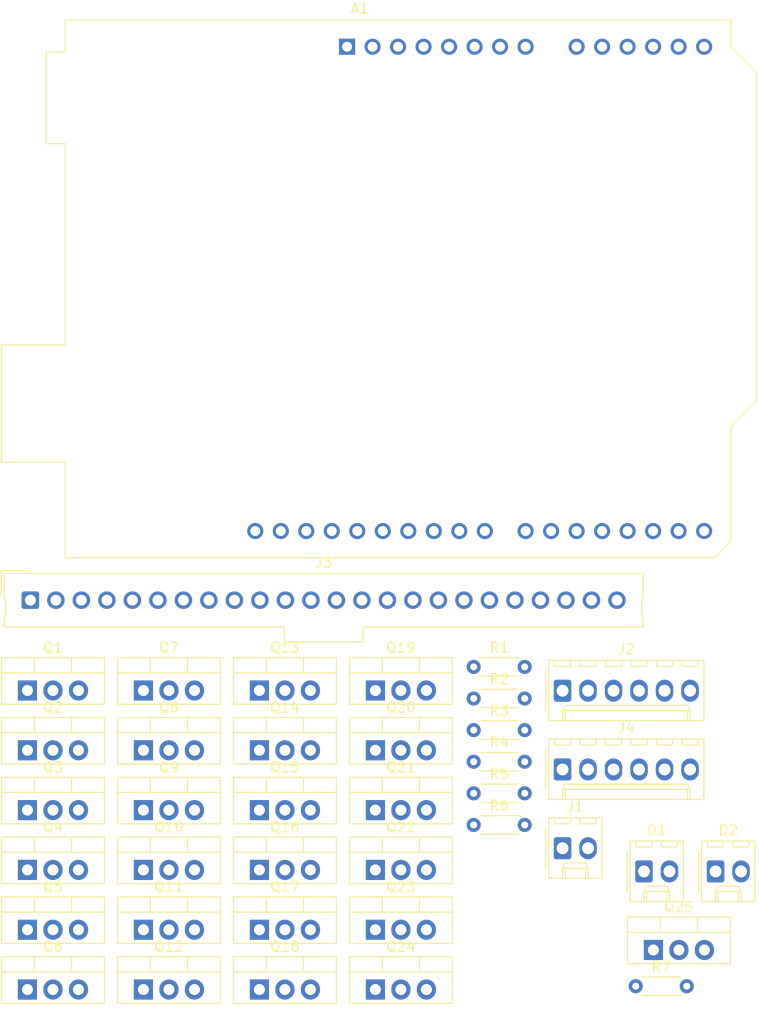
<source format=kicad_pcb>
(kicad_pcb (version 20221018) (generator pcbnew)
  (layers (0 "F.Cu" signal) (31 "B.Cu" signal) (34 "B.Paste" user) (35 "F.Paste" user) (36 "B.SilkS" user "B.Silkscreen") (37 "F.SilkS" user "F.Silkscreen") (38 "B.Mask" user) (39 "F.Mask" user) (44 "Edge.Cuts" user))
  (net 0 "")
  (net 5 "/5V")
  (net 6 "/GND")
  (net 16 "/D2")
  (net 17 "/D3")
  (net 18 "/D4")
  (net 19 "/D5")
  (net 20 "/D6")
  (net 21 "/D7")
  (net 22 "/DIR")
  (net 23 "/PUL")
  (net 24 "/D10")
  (net 31 "/12V Vcc")
  (net 32 "/M1 A+")
  (net 33 "/M1 A-")
  (net 34 "/M1 B+")
  (net 35 "/M1 B-")
  (net 36 "/M2 A+")
  (net 37 "/M2 A-")
  (net 38 "/M2 B+")
  (net 39 "/M2 B-")
  (net 40 "/M3 A+")
  (net 41 "/M3 A-")
  (net 42 "/M3 B+")
  (net 43 "/M3 B-")
  (net 44 "/M4 A+")
  (net 45 "/M4 A-")
  (net 46 "/M4 B+")
  (net 47 "/M4 B-")
  (net 48 "/M5 A+")
  (net 49 "/M5 A-")
  (net 50 "/M5 B+")
  (net 51 "/M5 B-")
  (net 52 "/M6 A+")
  (net 53 "/M6 A-")
  (net 54 "/M6 B+")
  (net 55 "/M6 B-")
  (net 56 "/B-")
  (net 57 "/B+")
  (net 58 "/A-")
  (net 59 "/A+")
  (net 60 "Net-(D1-A)")
  (net 61 "Net-(Q25-S)")
  (footprint "Package_TO_SOT_THT:TO-220-3_Vertical" (layer "F.Cu") (at 81.57 124.31)
    (fp_text reference "Q16" (at 2.54 -4.27) (layer "F.SilkS"))
    (fp_text value "IRFZ44N")
    (pad "1" thru_hole rect (at 0 0) (size 1.905 2) (drill 1.1) (layers "*.Cu" "*.Mask") (net 19 "/D5"))
    (pad "2" thru_hole oval (at 2.54 0) (size 1.905 2) (drill 1.1) (layers "*.Cu" "*.Mask") (net 47 "/M4 B-"))
    (pad "3" thru_hole oval (at 5.08 0) (size 1.905 2) (drill 1.1) (layers "*.Cu" "*.Mask") (net 56 "/B-"))
  )
  (footprint "Package_TO_SOT_THT:TO-220-3_Vertical" (layer "F.Cu") (at 58.47 106.43)
    (fp_text reference "Q1" (at 2.54 -4.27) (layer "F.SilkS"))
    (fp_text value "IRFZ44N")
    (pad "1" thru_hole rect (at 0 0) (size 1.905 2) (drill 1.1) (layers "*.Cu" "*.Mask") (net 16 "/D2"))
    (pad "2" thru_hole oval (at 2.54 0) (size 1.905 2) (drill 1.1) (layers "*.Cu" "*.Mask") (net 32 "/M1 A+"))
    (pad "3" thru_hole oval (at 5.08 0) (size 1.905 2) (drill 1.1) (layers "*.Cu" "*.Mask") (net 59 "/A+"))
  )
  (footprint "Package_TO_SOT_THT:TO-220-3_Vertical" (layer "F.Cu") (at 93.12 112.39)
    (fp_text reference "Q20" (at 2.54 -4.27) (layer "F.SilkS"))
    (fp_text value "IRFZ44N")
    (pad "1" thru_hole rect (at 0 0) (size 1.905 2) (drill 1.1) (layers "*.Cu" "*.Mask") (net 21 "/D7"))
    (pad "2" thru_hole oval (at 2.54 0) (size 1.905 2) (drill 1.1) (layers "*.Cu" "*.Mask") (net 53 "/M6 A-"))
    (pad "3" thru_hole oval (at 5.08 0) (size 1.905 2) (drill 1.1) (layers "*.Cu" "*.Mask") (net 58 "/A-"))
  )
  (footprint "Package_TO_SOT_THT:TO-220-3_Vertical" (layer "F.Cu") (at 93.12 118.35)
    (fp_text reference "Q21" (at 2.54 -4.27) (layer "F.SilkS"))
    (fp_text value "IRFZ44N")
    (pad "1" thru_hole rect (at 0 0) (size 1.905 2) (drill 1.1) (layers "*.Cu" "*.Mask") (net 20 "/D6"))
    (pad "2" thru_hole oval (at 2.54 0) (size 1.905 2) (drill 1.1) (layers "*.Cu" "*.Mask") (net 50 "/M5 B+"))
    (pad "3" thru_hole oval (at 5.08 0) (size 1.905 2) (drill 1.1) (layers "*.Cu" "*.Mask") (net 57 "/B+"))
  )
  (footprint "Package_TO_SOT_THT:TO-220-3_Vertical" (layer "F.Cu") (at 70.02 130.27)
    (fp_text reference "Q11" (at 2.54 -4.27) (layer "F.SilkS"))
    (fp_text value "IRFZ44N")
    (pad "1" thru_hole rect (at 0 0) (size 1.905 2) (drill 1.1) (layers "*.Cu" "*.Mask") (net 19 "/D5"))
    (pad "2" thru_hole oval (at 2.54 0) (size 1.905 2) (drill 1.1) (layers "*.Cu" "*.Mask") (net 44 "/M4 A+"))
    (pad "3" thru_hole oval (at 5.08 0) (size 1.905 2) (drill 1.1) (layers "*.Cu" "*.Mask") (net 59 "/A+"))
  )
  (footprint "Resistor_THT:R_Axial_DIN0204_L3.6mm_D1.6mm_P5.08mm_Horizontal" (layer "F.Cu") (at 102.91 104.08)
    (fp_text reference "R1" (at 2.54 -1.92) (layer "F.SilkS"))
    (fp_text value "10k")
    (pad "1" thru_hole circle (at 0 0) (size 1.4 1.4) (drill 0.7) (layers "*.Cu" "*.Mask") (net 16 "/D2"))
    (pad "2" thru_hole oval (at 5.08 0) (size 1.4 1.4) (drill 0.7) (layers "*.Cu" "*.Mask") (net 6 "/GND"))
  )
  (footprint "Resistor_THT:R_Axial_DIN0204_L3.6mm_D1.6mm_P5.08mm_Horizontal" (layer "F.Cu") (at 102.91 113.53)
    (fp_text reference "R4" (at 2.54 -1.92) (layer "F.SilkS"))
    (fp_text value "10k")
    (pad "1" thru_hole circle (at 0 0) (size 1.4 1.4) (drill 0.7) (layers "*.Cu" "*.Mask") (net 19 "/D5"))
    (pad "2" thru_hole oval (at 5.08 0) (size 1.4 1.4) (drill 0.7) (layers "*.Cu" "*.Mask") (net 6 "/GND"))
  )
  (footprint "Connector_Molex:Molex_SL_171971-0024_1x24_P2.54mm_Vertical" (layer "F.Cu") (at 58.76 97.43)
    (fp_text reference "J3" (at 29.21 -3.75) (layer "F.SilkS"))
    (fp_text value "OUTPUT")
    (pad "1" thru_hole roundrect (at 0 0) (size 1.74 1.74) (drill 1.09) (layers "*.Cu" "*.Mask") (roundrect_rratio 0.143678) (net 32 "/M1 A+"))
    (pad "2" thru_hole circle (at 2.54 0) (size 1.74 1.74) (drill 1.09) (layers "*.Cu" "*.Mask") (net 33 "/M1 A-"))
    (pad "3" thru_hole circle (at 5.08 0) (size 1.74 1.74) (drill 1.09) (layers "*.Cu" "*.Mask") (net 34 "/M1 B+"))
    (pad "4" thru_hole circle (at 7.62 0) (size 1.74 1.74) (drill 1.09) (layers "*.Cu" "*.Mask") (net 35 "/M1 B-"))
    (pad "5" thru_hole circle (at 10.16 0) (size 1.74 1.74) (drill 1.09) (layers "*.Cu" "*.Mask") (net 36 "/M2 A+"))
    (pad "6" thru_hole circle (at 12.7 0) (size 1.74 1.74) (drill 1.09) (layers "*.Cu" "*.Mask") (net 37 "/M2 A-"))
    (pad "7" thru_hole circle (at 15.24 0) (size 1.74 1.74) (drill 1.09) (layers "*.Cu" "*.Mask") (net 38 "/M2 B+"))
    (pad "8" thru_hole circle (at 17.78 0) (size 1.74 1.74) (drill 1.09) (layers "*.Cu" "*.Mask") (net 39 "/M2 B-"))
    (pad "9" thru_hole circle (at 20.32 0) (size 1.74 1.74) (drill 1.09) (layers "*.Cu" "*.Mask") (net 40 "/M3 A+"))
    (pad "10" thru_hole circle (at 22.86 0) (size 1.74 1.74) (drill 1.09) (layers "*.Cu" "*.Mask") (net 41 "/M3 A-"))
    (pad "11" thru_hole circle (at 25.4 0) (size 1.74 1.74) (drill 1.09) (layers "*.Cu" "*.Mask") (net 42 "/M3 B+"))
    (pad "12" thru_hole circle (at 27.94 0) (size 1.74 1.74) (drill 1.09) (layers "*.Cu" "*.Mask") (net 43 "/M3 B-"))
    (pad "13" thru_hole circle (at 30.48 0) (size 1.74 1.74) (drill 1.09) (layers "*.Cu" "*.Mask") (net 44 "/M4 A+"))
    (pad "14" thru_hole circle (at 33.02 0) (size 1.74 1.74) (drill 1.09) (layers "*.Cu" "*.Mask") (net 45 "/M4 A-"))
    (pad "15" thru_hole circle (at 35.56 0) (size 1.74 1.74) (drill 1.09) (layers "*.Cu" "*.Mask") (net 46 "/M4 B+"))
    (pad "16" thru_hole circle (at 38.1 0) (size 1.74 1.74) (drill 1.09) (layers "*.Cu" "*.Mask") (net 47 "/M4 B-"))
    (pad "17" thru_hole circle (at 40.64 0) (size 1.74 1.74) (drill 1.09) (layers "*.Cu" "*.Mask") (net 48 "/M5 A+"))
    (pad "18" thru_hole circle (at 43.18 0) (size 1.74 1.74) (drill 1.09) (layers "*.Cu" "*.Mask") (net 49 "/M5 A-"))
    (pad "19" thru_hole circle (at 45.72 0) (size 1.74 1.74) (drill 1.09) (layers "*.Cu" "*.Mask") (net 50 "/M5 B+"))
    (pad "20" thru_hole circle (at 48.26 0) (size 1.74 1.74) (drill 1.09) (layers "*.Cu" "*.Mask") (net 51 "/M5 B-"))
    (pad "21" thru_hole circle (at 50.8 0) (size 1.74 1.74) (drill 1.09) (layers "*.Cu" "*.Mask") (net 52 "/M6 A+"))
    (pad "22" thru_hole circle (at 53.34 0) (size 1.74 1.74) (drill 1.09) (layers "*.Cu" "*.Mask") (net 53 "/M6 A-"))
    (pad "23" thru_hole circle (at 55.88 0) (size 1.74 1.74) (drill 1.09) (layers "*.Cu" "*.Mask") (net 54 "/M6 B+"))
    (pad "24" thru_hole circle (at 58.42 0) (size 1.74 1.74) (drill 1.09) (layers "*.Cu" "*.Mask") (net 55 "/M6 B-"))
  )
  (footprint "Package_TO_SOT_THT:TO-220-3_Vertical" (layer "F.Cu") (at 58.47 124.31)
    (fp_text reference "Q4" (at 2.54 -4.27) (layer "F.SilkS"))
    (fp_text value "IRFZ44N")
    (pad "1" thru_hole rect (at 0 0) (size 1.905 2) (drill 1.1) (layers "*.Cu" "*.Mask") (net 17 "/D3"))
    (pad "2" thru_hole oval (at 2.54 0) (size 1.905 2) (drill 1.1) (layers "*.Cu" "*.Mask") (net 37 "/M2 A-"))
    (pad "3" thru_hole oval (at 5.08 0) (size 1.905 2) (drill 1.1) (layers "*.Cu" "*.Mask") (net 58 "/A-"))
  )
  (footprint "Connector_Molex:Molex_KK-254_AE-6410-06A_1x06_P2.54mm_Vertical" (layer "F.Cu") (at 111.76 106.45)
    (fp_text reference "J2" (at 6.35 -4.12) (layer "F.SilkS"))
    (fp_text value "TB6600")
    (pad "1" thru_hole roundrect (at 0 0) (size 1.74 2.19) (drill 1.19) (layers "*.Cu" "*.Mask") (roundrect_rratio 0.143678) (net 6 "/GND"))
    (pad "2" thru_hole oval (at 2.54 0) (size 1.74 2.19) (drill 1.19) (layers "*.Cu" "*.Mask") (net 5 "/5V"))
    (pad "3" thru_hole oval (at 5.08 0) (size 1.74 2.19) (drill 1.19) (layers "*.Cu" "*.Mask") (net 6 "/GND"))
    (pad "4" thru_hole oval (at 7.62 0) (size 1.74 2.19) (drill 1.19) (layers "*.Cu" "*.Mask") (net 22 "/DIR"))
    (pad "5" thru_hole oval (at 10.16 0) (size 1.74 2.19) (drill 1.19) (layers "*.Cu" "*.Mask") (net 6 "/GND"))
    (pad "6" thru_hole oval (at 12.7 0) (size 1.74 2.19) (drill 1.19) (layers "*.Cu" "*.Mask") (net 23 "/PUL"))
  )
  (footprint "Package_TO_SOT_THT:TO-220-3_Vertical" (layer "F.Cu") (at 81.57 130.27)
    (fp_text reference "Q17" (at 2.54 -4.27) (layer "F.SilkS"))
    (fp_text value "IRFZ44N")
    (pad "1" thru_hole rect (at 0 0) (size 1.905 2) (drill 1.1) (layers "*.Cu" "*.Mask") (net 20 "/D6"))
    (pad "2" thru_hole oval (at 2.54 0) (size 1.905 2) (drill 1.1) (layers "*.Cu" "*.Mask") (net 48 "/M5 A+"))
    (pad "3" thru_hole oval (at 5.08 0) (size 1.905 2) (drill 1.1) (layers "*.Cu" "*.Mask") (net 59 "/A+"))
  )
  (footprint "Package_TO_SOT_THT:TO-220-3_Vertical" (layer "F.Cu") (at 120.81 132.29)
    (fp_text reference "Q25" (at 2.54 -4.27) (layer "F.SilkS"))
    (fp_text value "IRFZ44N")
    (pad "1" thru_hole rect (at 0 0) (size 1.905 2) (drill 1.1) (layers "*.Cu" "*.Mask") (net 24 "/D10"))
    (pad "2" thru_hole oval (at 2.54 0) (size 1.905 2) (drill 1.1) (layers "*.Cu" "*.Mask") (net 60 "Net-(D1-A)"))
    (pad "3" thru_hole oval (at 5.08 0) (size 1.905 2) (drill 1.1) (layers "*.Cu" "*.Mask") (net 61 "Net-(Q25-S)"))
  )
  (footprint "Connector_Molex:Molex_KK-254_AE-6410-02A_1x02_P2.54mm_Vertical" (layer "F.Cu") (at 111.76 122.15)
    (fp_text reference "J1" (at 1.27 -4.12) (layer "F.SilkS"))
    (fp_text value "Power Supply")
    (pad "1" thru_hole roundrect (at 0 0) (size 1.74 2.19) (drill 1.19) (layers "*.Cu" "*.Mask") (roundrect_rratio 0.143678) (net 6 "/GND"))
    (pad "2" thru_hole oval (at 2.54 0) (size 1.74 2.19) (drill 1.19) (layers "*.Cu" "*.Mask") (net 31 "/12V Vcc"))
  )
  (footprint "Resistor_THT:R_Axial_DIN0204_L3.6mm_D1.6mm_P5.08mm_Horizontal" (layer "F.Cu") (at 102.91 116.68)
    (fp_text reference "R5" (at 2.54 -1.92) (layer "F.SilkS"))
    (fp_text value "10k")
    (pad "1" thru_hole circle (at 0 0) (size 1.4 1.4) (drill 0.7) (layers "*.Cu" "*.Mask") (net 20 "/D6"))
    (pad "2" thru_hole oval (at 5.08 0) (size 1.4 1.4) (drill 0.7) (layers "*.Cu" "*.Mask") (net 6 "/GND"))
  )
  (footprint "Module:Arduino_UNO_R3" (layer "F.Cu") (at 90.3 42.28)
    (fp_text reference "A1" (at 1.27 -3.81 180) (layer "F.SilkS"))
    (fp_text value "Arduino_UNO_R3")
    (pad "1" thru_hole rect (at 0 0 90) (size 1.6 1.6) (drill 1) (layers "*.Cu" "*.Mask"))
    (pad "2" thru_hole oval (at 2.54 0 90) (size 1.6 1.6) (drill 1) (layers "*.Cu" "*.Mask"))
    (pad "3" thru_hole oval (at 5.08 0 90) (size 1.6 1.6) (drill 1) (layers "*.Cu" "*.Mask"))
    (pad "4" thru_hole oval (at 7.62 0 90) (size 1.6 1.6) (drill 1) (layers "*.Cu" "*.Mask"))
    (pad "5" thru_hole oval (at 10.16 0 90) (size 1.6 1.6) (drill 1) (layers "*.Cu" "*.Mask") (net 5 "/5V"))
    (pad "6" thru_hole oval (at 12.7 0 90) (size 1.6 1.6) (drill 1) (layers "*.Cu" "*.Mask") (net 6 "/GND"))
    (pad "7" thru_hole oval (at 15.24 0 90) (size 1.6 1.6) (drill 1) (layers "*.Cu" "*.Mask") (net 6 "/GND"))
    (pad "8" thru_hole oval (at 17.78 0 90) (size 1.6 1.6) (drill 1) (layers "*.Cu" "*.Mask"))
    (pad "9" thru_hole oval (at 22.86 0 90) (size 1.6 1.6) (drill 1) (layers "*.Cu" "*.Mask"))
    (pad "10" thru_hole oval (at 25.4 0 90) (size 1.6 1.6) (drill 1) (layers "*.Cu" "*.Mask"))
    (pad "11" thru_hole oval (at 27.94 0 90) (size 1.6 1.6) (drill 1) (layers "*.Cu" "*.Mask"))
    (pad "12" thru_hole oval (at 30.48 0 90) (size 1.6 1.6) (drill 1) (layers "*.Cu" "*.Mask"))
    (pad "13" thru_hole oval (at 33.02 0 90) (size 1.6 1.6) (drill 1) (layers "*.Cu" "*.Mask"))
    (pad "14" thru_hole oval (at 35.56 0 90) (size 1.6 1.6) (drill 1) (layers "*.Cu" "*.Mask"))
    (pad "15" thru_hole oval (at 35.56 48.26 90) (size 1.6 1.6) (drill 1) (layers "*.Cu" "*.Mask"))
    (pad "16" thru_hole oval (at 33.02 48.26 90) (size 1.6 1.6) (drill 1) (layers "*.Cu" "*.Mask"))
    (pad "17" thru_hole oval (at 30.48 48.26 90) (size 1.6 1.6) (drill 1) (layers "*.Cu" "*.Mask") (net 16 "/D2"))
    (pad "18" thru_hole oval (at 27.94 48.26 90) (size 1.6 1.6) (drill 1) (layers "*.Cu" "*.Mask") (net 17 "/D3"))
    (pad "19" thru_hole oval (at 25.4 48.26 90) (size 1.6 1.6) (drill 1) (layers "*.Cu" "*.Mask") (net 18 "/D4"))
    (pad "20" thru_hole oval (at 22.86 48.26 90) (size 1.6 1.6) (drill 1) (layers "*.Cu" "*.Mask") (net 19 "/D5"))
    (pad "21" thru_hole oval (at 20.32 48.26 90) (size 1.6 1.6) (drill 1) (layers "*.Cu" "*.Mask") (net 20 "/D6"))
    (pad "22" thru_hole oval (at 17.78 48.26 90) (size 1.6 1.6) (drill 1) (layers "*.Cu" "*.Mask") (net 21 "/D7"))
    (pad "23" thru_hole oval (at 13.72 48.26 90) (size 1.6 1.6) (drill 1) (layers "*.Cu" "*.Mask") (net 22 "/DIR"))
    (pad "24" thru_hole oval (at 11.18 48.26 90) (size 1.6 1.6) (drill 1) (layers "*.Cu" "*.Mask") (net 23 "/PUL"))
    (pad "25" thru_hole oval (at 8.64 48.26 90) (size 1.6 1.6) (drill 1) (layers "*.Cu" "*.Mask") (net 24 "/D10"))
    (pad "26" thru_hole oval (at 6.1 48.26 90) (size 1.6 1.6) (drill 1) (layers "*.Cu" "*.Mask"))
    (pad "27" thru_hole oval (at 3.56 48.26 90) (size 1.6 1.6) (drill 1) (layers "*.Cu" "*.Mask"))
    (pad "28" thru_hole oval (at 1.02 48.26 90) (size 1.6 1.6) (drill 1) (layers "*.Cu" "*.Mask"))
    (pad "29" thru_hole oval (at -1.52 48.26 90) (size 1.6 1.6) (drill 1) (layers "*.Cu" "*.Mask") (net 6 "/GND"))
    (pad "30" thru_hole oval (at -4.06 48.26 90) (size 1.6 1.6) (drill 1) (layers "*.Cu" "*.Mask"))
    (pad "31" thru_hole oval (at -6.6 48.26 90) (size 1.6 1.6) (drill 1) (layers "*.Cu" "*.Mask"))
    (pad "32" thru_hole oval (at -9.14 48.26 90) (size 1.6 1.6) (drill 1) (layers "*.Cu" "*.Mask"))
  )
  (footprint "Package_TO_SOT_THT:TO-220-3_Vertical" (layer "F.Cu") (at 93.12 130.27)
    (fp_text reference "Q23" (at 2.54 -4.27) (layer "F.SilkS"))
    (fp_text value "IRFZ44N")
    (pad "1" thru_hole rect (at 0 0) (size 1.905 2) (drill 1.1) (layers "*.Cu" "*.Mask") (net 21 "/D7"))
    (pad "2" thru_hole oval (at 2.54 0) (size 1.905 2) (drill 1.1) (layers "*.Cu" "*.Mask") (net 54 "/M6 B+"))
    (pad "3" thru_hole oval (at 5.08 0) (size 1.905 2) (drill 1.1) (layers "*.Cu" "*.Mask") (net 57 "/B+"))
  )
  (footprint "Package_TO_SOT_THT:TO-220-3_Vertical" (layer "F.Cu") (at 58.47 112.39)
    (fp_text reference "Q2" (at 2.54 -4.27) (layer "F.SilkS"))
    (fp_text value "IRFZ44N")
    (pad "1" thru_hole rect (at 0 0) (size 1.905 2) (drill 1.1) (layers "*.Cu" "*.Mask") (net 16 "/D2"))
    (pad "2" thru_hole oval (at 2.54 0) (size 1.905 2) (drill 1.1) (layers "*.Cu" "*.Mask") (net 33 "/M1 A-"))
    (pad "3" thru_hole oval (at 5.08 0) (size 1.905 2) (drill 1.1) (layers "*.Cu" "*.Mask") (net 58 "/A-"))
  )
  (footprint "Connector_Molex:Molex_KK-254_AE-6410-06A_1x06_P2.54mm_Vertical" (layer "F.Cu") (at 111.76 114.3)
    (fp_text reference "J4" (at 6.35 -4.12) (layer "F.SilkS"))
    (fp_text value "TB6600")
    (pad "1" thru_hole roundrect (at 0 0) (size 1.74 2.19) (drill 1.19) (layers "*.Cu" "*.Mask") (roundrect_rratio 0.143678) (net 56 "/B-"))
    (pad "2" thru_hole oval (at 2.54 0) (size 1.74 2.19) (drill 1.19) (layers "*.Cu" "*.Mask") (net 57 "/B+"))
    (pad "3" thru_hole oval (at 5.08 0) (size 1.74 2.19) (drill 1.19) (layers "*.Cu" "*.Mask") (net 58 "/A-"))
    (pad "4" thru_hole oval (at 7.62 0) (size 1.74 2.19) (drill 1.19) (layers "*.Cu" "*.Mask") (net 59 "/A+"))
    (pad "5" thru_hole oval (at 10.16 0) (size 1.74 2.19) (drill 1.19) (layers "*.Cu" "*.Mask") (net 6 "/GND"))
    (pad "6" thru_hole oval (at 12.7 0) (size 1.74 2.19) (drill 1.19) (layers "*.Cu" "*.Mask") (net 31 "/12V Vcc"))
  )
  (footprint "Package_TO_SOT_THT:TO-220-3_Vertical" (layer "F.Cu") (at 81.57 136.23)
    (fp_text reference "Q18" (at 2.54 -4.27) (layer "F.SilkS"))
    (fp_text value "IRFZ44N")
    (pad "1" thru_hole rect (at 0 0) (size 1.905 2) (drill 1.1) (layers "*.Cu" "*.Mask") (net 20 "/D6"))
    (pad "2" thru_hole oval (at 2.54 0) (size 1.905 2) (drill 1.1) (layers "*.Cu" "*.Mask") (net 49 "/M5 A-"))
    (pad "3" thru_hole oval (at 5.08 0) (size 1.905 2) (drill 1.1) (layers "*.Cu" "*.Mask") (net 58 "/A-"))
  )
  (footprint "Package_TO_SOT_THT:TO-220-3_Vertical" (layer "F.Cu") (at 70.02 124.31)
    (fp_text reference "Q10" (at 2.54 -4.27) (layer "F.SilkS"))
    (fp_text value "IRFZ44N")
    (pad "1" thru_hole rect (at 0 0) (size 1.905 2) (drill 1.1) (layers "*.Cu" "*.Mask") (net 18 "/D4"))
    (pad "2" thru_hole oval (at 2.54 0) (size 1.905 2) (drill 1.1) (layers "*.Cu" "*.Mask") (net 41 "/M3 A-"))
    (pad "3" thru_hole oval (at 5.08 0) (size 1.905 2) (drill 1.1) (layers "*.Cu" "*.Mask") (net 58 "/A-"))
  )
  (footprint "Resistor_THT:R_Axial_DIN0204_L3.6mm_D1.6mm_P5.08mm_Horizontal" (layer "F.Cu") (at 102.91 119.83)
    (fp_text reference "R6" (at 2.54 -1.92) (layer "F.SilkS"))
    (fp_text value "10k")
    (pad "1" thru_hole circle (at 0 0) (size 1.4 1.4) (drill 0.7) (layers "*.Cu" "*.Mask") (net 21 "/D7"))
    (pad "2" thru_hole oval (at 5.08 0) (size 1.4 1.4) (drill 0.7) (layers "*.Cu" "*.Mask") (net 6 "/GND"))
  )
  (footprint "Package_TO_SOT_THT:TO-220-3_Vertical" (layer "F.Cu") (at 93.12 136.23)
    (fp_text reference "Q24" (at 2.54 -4.27) (layer "F.SilkS"))
    (fp_text value "IRFZ44N")
    (pad "1" thru_hole rect (at 0 0) (size 1.905 2) (drill 1.1) (layers "*.Cu" "*.Mask") (net 21 "/D7"))
    (pad "2" thru_hole oval (at 2.54 0) (size 1.905 2) (drill 1.1) (layers "*.Cu" "*.Mask") (net 55 "/M6 B-"))
    (pad "3" thru_hole oval (at 5.08 0) (size 1.905 2) (drill 1.1) (layers "*.Cu" "*.Mask") (net 56 "/B-"))
  )
  (footprint "Package_TO_SOT_THT:TO-220-3_Vertical" (layer "F.Cu") (at 81.57 118.35)
    (fp_text reference "Q15" (at 2.54 -4.27) (layer "F.SilkS"))
    (fp_text value "IRFZ44N")
    (pad "1" thru_hole rect (at 0 0) (size 1.905 2) (drill 1.1) (layers "*.Cu" "*.Mask") (net 19 "/D5"))
    (pad "2" thru_hole oval (at 2.54 0) (size 1.905 2) (drill 1.1) (layers "*.Cu" "*.Mask") (net 46 "/M4 B+"))
    (pad "3" thru_hole oval (at 5.08 0) (size 1.905 2) (drill 1.1) (layers "*.Cu" "*.Mask") (net 57 "/B+"))
  )
  (footprint "Package_TO_SOT_THT:TO-220-3_Vertical" (layer "F.Cu") (at 70.02 136.23)
    (fp_text reference "Q12" (at 2.54 -4.27) (layer "F.SilkS"))
    (fp_text value "IRFZ44N")
    (pad "1" thru_hole rect (at 0 0) (size 1.905 2) (drill 1.1) (layers "*.Cu" "*.Mask") (net 19 "/D5"))
    (pad "2" thru_hole oval (at 2.54 0) (size 1.905 2) (drill 1.1) (layers "*.Cu" "*.Mask") (net 45 "/M4 A-"))
    (pad "3" thru_hole oval (at 5.08 0) (size 1.905 2) (drill 1.1) (layers "*.Cu" "*.Mask") (net 58 "/A-"))
  )
  (footprint "Package_TO_SOT_THT:TO-220-3_Vertical" (layer "F.Cu") (at 58.47 130.27)
    (fp_text reference "Q5" (at 2.54 -4.27) (layer "F.SilkS"))
    (fp_text value "IRFZ44N")
    (pad "1" thru_hole rect (at 0 0) (size 1.905 2) (drill 1.1) (layers "*.Cu" "*.Mask") (net 16 "/D2"))
    (pad "2" thru_hole oval (at 2.54 0) (size 1.905 2) (drill 1.1) (layers "*.Cu" "*.Mask") (net 34 "/M1 B+"))
    (pad "3" thru_hole oval (at 5.08 0) (size 1.905 2) (drill 1.1) (layers "*.Cu" "*.Mask") (net 57 "/B+"))
  )
  (footprint "Package_TO_SOT_THT:TO-220-3_Vertical" (layer "F.Cu") (at 70.02 112.39)
    (fp_text reference "Q8" (at 2.54 -4.27) (layer "F.SilkS"))
    (fp_text value "IRFZ44N")
    (pad "1" thru_hole rect (at 0 0) (size 1.905 2) (drill 1.1) (layers "*.Cu" "*.Mask") (net 17 "/D3"))
    (pad "2" thru_hole oval (at 2.54 0) (size 1.905 2) (drill 1.1) (layers "*.Cu" "*.Mask") (net 39 "/M2 B-"))
    (pad "3" thru_hole oval (at 5.08 0) (size 1.905 2) (drill 1.1) (layers "*.Cu" "*.Mask") (net 56 "/B-"))
  )
  (footprint "Package_TO_SOT_THT:TO-220-3_Vertical" (layer "F.Cu") (at 58.47 118.35)
    (fp_text reference "Q3" (at 2.54 -4.27) (layer "F.SilkS"))
    (fp_text value "IRFZ44N")
    (pad "1" thru_hole rect (at 0 0) (size 1.905 2) (drill 1.1) (layers "*.Cu" "*.Mask") (net 17 "/D3"))
    (pad "2" thru_hole oval (at 2.54 0) (size 1.905 2) (drill 1.1) (layers "*.Cu" "*.Mask") (net 36 "/M2 A+"))
    (pad "3" thru_hole oval (at 5.08 0) (size 1.905 2) (drill 1.1) (layers "*.Cu" "*.Mask") (net 59 "/A+"))
  )
  (footprint "Resistor_THT:R_Axial_DIN0204_L3.6mm_D1.6mm_P5.08mm_Horizontal" (layer "F.Cu") (at 102.91 107.23)
    (fp_text reference "R2" (at 2.54 -1.92) (layer "F.SilkS"))
    (fp_text value "10k")
    (pad "1" thru_hole circle (at 0 0) (size 1.4 1.4) (drill 0.7) (layers "*.Cu" "*.Mask") (net 17 "/D3"))
    (pad "2" thru_hole oval (at 5.08 0) (size 1.4 1.4) (drill 0.7) (layers "*.Cu" "*.Mask") (net 6 "/GND"))
  )
  (footprint "Resistor_THT:R_Axial_DIN0204_L3.6mm_D1.6mm_P5.08mm_Horizontal" (layer "F.Cu") (at 102.91 110.38)
    (fp_text reference "R3" (at 2.54 -1.92) (layer "F.SilkS"))
    (fp_text value "10k")
    (pad "1" thru_hole circle (at 0 0) (size 1.4 1.4) (drill 0.7) (layers "*.Cu" "*.Mask") (net 18 "/D4"))
    (pad "2" thru_hole oval (at 5.08 0) (size 1.4 1.4) (drill 0.7) (layers "*.Cu" "*.Mask") (net 6 "/GND"))
  )
  (footprint "Package_TO_SOT_THT:TO-220-3_Vertical" (layer "F.Cu") (at 70.02 106.43)
    (fp_text reference "Q7" (at 2.54 -4.27) (layer "F.SilkS"))
    (fp_text value "IRFZ44N")
    (pad "1" thru_hole rect (at 0 0) (size 1.905 2) (drill 1.1) (layers "*.Cu" "*.Mask") (net 17 "/D3"))
    (pad "2" thru_hole oval (at 2.54 0) (size 1.905 2) (drill 1.1) (layers "*.Cu" "*.Mask") (net 38 "/M2 B+"))
    (pad "3" thru_hole oval (at 5.08 0) (size 1.905 2) (drill 1.1) (layers "*.Cu" "*.Mask") (net 57 "/B+"))
  )
  (footprint "Resistor_THT:R_Axial_DIN0204_L3.6mm_D1.6mm_P5.08mm_Horizontal" (layer "F.Cu") (at 119.05 135.9)
    (fp_text reference "R7" (at 2.54 -1.92) (layer "F.SilkS"))
    (fp_text value "30")
    (pad "1" thru_hole circle (at 0 0) (size 1.4 1.4) (drill 0.7) (layers "*.Cu" "*.Mask") (net 31 "/12V Vcc"))
    (pad "2" thru_hole oval (at 5.08 0) (size 1.4 1.4) (drill 0.7) (layers "*.Cu" "*.Mask") (net 61 "Net-(Q25-S)"))
  )
  (footprint "Package_TO_SOT_THT:TO-220-3_Vertical" (layer "F.Cu") (at 58.47 136.23)
    (fp_text reference "Q6" (at 2.54 -4.27) (layer "F.SilkS"))
    (fp_text value "IRFZ44N")
    (pad "1" thru_hole rect (at 0 0) (size 1.905 2) (drill 1.1) (layers "*.Cu" "*.Mask") (net 16 "/D2"))
    (pad "2" thru_hole oval (at 2.54 0) (size 1.905 2) (drill 1.1) (layers "*.Cu" "*.Mask") (net 35 "/M1 B-"))
    (pad "3" thru_hole oval (at 5.08 0) (size 1.905 2) (drill 1.1) (layers "*.Cu" "*.Mask") (net 56 "/B-"))
  )
  (footprint "Package_TO_SOT_THT:TO-220-3_Vertical" (layer "F.Cu") (at 93.12 124.31)
    (fp_text reference "Q22" (at 2.54 -4.27) (layer "F.SilkS"))
    (fp_text value "IRFZ44N")
    (pad "1" thru_hole rect (at 0 0) (size 1.905 2) (drill 1.1) (layers "*.Cu" "*.Mask") (net 20 "/D6"))
    (pad "2" thru_hole oval (at 2.54 0) (size 1.905 2) (drill 1.1) (layers "*.Cu" "*.Mask") (net 51 "/M5 B-"))
    (pad "3" thru_hole oval (at 5.08 0) (size 1.905 2) (drill 1.1) (layers "*.Cu" "*.Mask") (net 56 "/B-"))
  )
  (footprint "Package_TO_SOT_THT:TO-220-3_Vertical" (layer "F.Cu") (at 70.02 118.35)
    (fp_text reference "Q9" (at 2.54 -4.27) (layer "F.SilkS"))
    (fp_text value "IRFZ44N")
    (pad "1" thru_hole rect (at 0 0) (size 1.905 2) (drill 1.1) (layers "*.Cu" "*.Mask") (net 18 "/D4"))
    (pad "2" thru_hole oval (at 2.54 0) (size 1.905 2) (drill 1.1) (layers "*.Cu" "*.Mask") (net 40 "/M3 A+"))
    (pad "3" thru_hole oval (at 5.08 0) (size 1.905 2) (drill 1.1) (layers "*.Cu" "*.Mask") (net 59 "/A+"))
  )
  (footprint "Package_TO_SOT_THT:TO-220-3_Vertical" (layer "F.Cu") (at 81.57 106.43)
    (fp_text reference "Q13" (at 2.54 -4.27) (layer "F.SilkS"))
    (fp_text value "IRFZ44N")
    (pad "1" thru_hole rect (at 0 0) (size 1.905 2) (drill 1.1) (layers "*.Cu" "*.Mask") (net 18 "/D4"))
    (pad "2" thru_hole oval (at 2.54 0) (size 1.905 2) (drill 1.1) (layers "*.Cu" "*.Mask") (net 42 "/M3 B+"))
    (pad "3" thru_hole oval (at 5.08 0) (size 1.905 2) (drill 1.1) (layers "*.Cu" "*.Mask") (net 57 "/B+"))
  )
  (footprint "Connector_Molex:Molex_KK-254_AE-6410-02A_1x02_P2.54mm_Vertical" (layer "F.Cu") (at 119.87 124.46)
    (fp_text reference "D1" (at 1.27 -4.12) (layer "F.SilkS"))
    (fp_text value "LED")
    (pad "1" thru_hole roundrect (at 0 0) (size 1.74 2.19) (drill 1.19) (layers "*.Cu" "*.Mask") (roundrect_rratio 0.143678) (net 6 "/GND"))
    (pad "2" thru_hole oval (at 2.54 0) (size 1.74 2.19) (drill 1.19) (layers "*.Cu" "*.Mask") (net 60 "Net-(D1-A)"))
  )
  (footprint "Package_TO_SOT_THT:TO-220-3_Vertical" (layer "F.Cu") (at 81.57 112.39)
    (fp_text reference "Q14" (at 2.54 -4.27) (layer "F.SilkS"))
    (fp_text value "IRFZ44N")
    (pad "1" thru_hole rect (at 0 0) (size 1.905 2) (drill 1.1) (layers "*.Cu" "*.Mask") (net 18 "/D4"))
    (pad "2" thru_hole oval (at 2.54 0) (size 1.905 2) (drill 1.1) (layers "*.Cu" "*.Mask") (net 43 "/M3 B-"))
    (pad "3" thru_hole oval (at 5.08 0) (size 1.905 2) (drill 1.1) (layers "*.Cu" "*.Mask") (net 56 "/B-"))
  )
  (footprint "Package_TO_SOT_THT:TO-220-3_Vertical" (layer "F.Cu") (at 93.12 106.43)
    (fp_text reference "Q19" (at 2.54 -4.27) (layer "F.SilkS"))
    (fp_text value "IRFZ44N")
    (pad "1" thru_hole rect (at 0 0) (size 1.905 2) (drill 1.1) (layers "*.Cu" "*.Mask") (net 21 "/D7"))
    (pad "2" thru_hole oval (at 2.54 0) (size 1.905 2) (drill 1.1) (layers "*.Cu" "*.Mask") (net 52 "/M6 A+"))
    (pad "3" thru_hole oval (at 5.08 0) (size 1.905 2) (drill 1.1) (layers "*.Cu" "*.Mask") (net 59 "/A+"))
  )
  (footprint "Connector_Molex:Molex_KK-254_AE-6410-02A_1x02_P2.54mm_Vertical" (layer "F.Cu") (at 127 124.46)
    (fp_text reference "D2" (at 1.27 -4.12) (layer "F.SilkS"))
    (fp_text value "LED")
    (pad "1" thru_hole roundrect (at 0 0) (size 1.74 2.19) (drill 1.19) (layers "*.Cu" "*.Mask") (roundrect_rratio 0.143678) (net 6 "/GND"))
    (pad "2" thru_hole oval (at 2.54 0) (size 1.74 2.19) (drill 1.19) (layers "*.Cu" "*.Mask") (net 60 "Net-(D1-A)"))
  )
)
</source>
